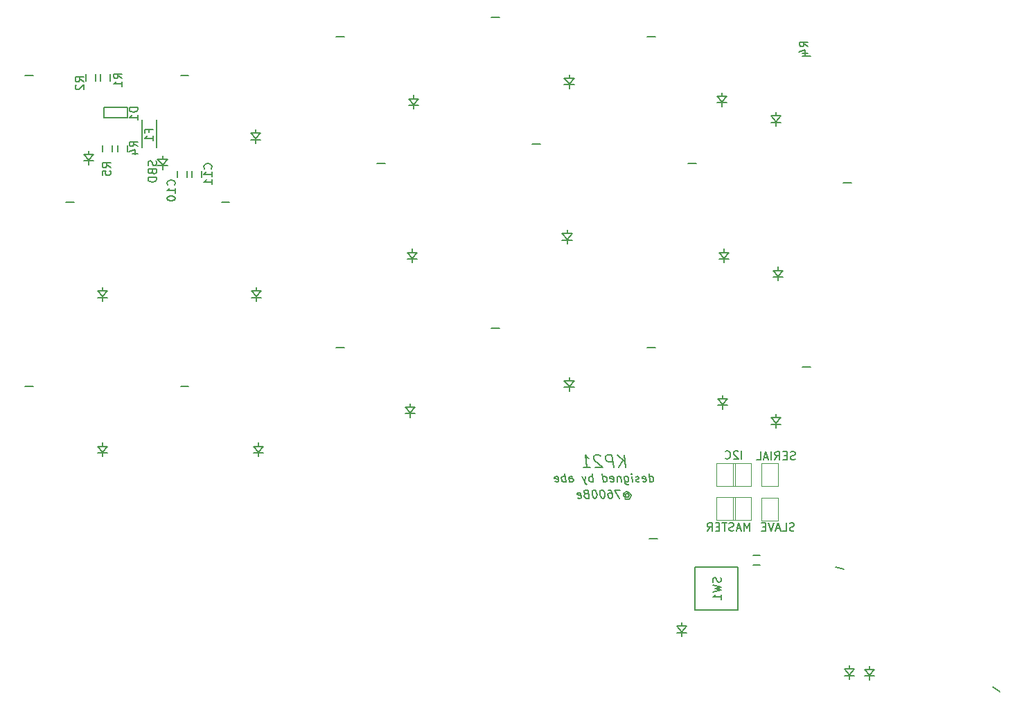
<source format=gbo>
G04 #@! TF.GenerationSoftware,KiCad,Pcbnew,(5.0.0)*
G04 #@! TF.CreationDate,2019-01-14T15:32:29+09:00*
G04 #@! TF.ProjectId,kp21,6B7032312E6B696361645F7063620000,rev?*
G04 #@! TF.SameCoordinates,Original*
G04 #@! TF.FileFunction,Legend,Bot*
G04 #@! TF.FilePolarity,Positive*
%FSLAX46Y46*%
G04 Gerber Fmt 4.6, Leading zero omitted, Abs format (unit mm)*
G04 Created by KiCad (PCBNEW (5.0.0)) date 01/14/19 15:32:29*
%MOMM*%
%LPD*%
G01*
G04 APERTURE LIST*
%ADD10C,0.150000*%
%ADD11C,0.200000*%
%ADD12C,0.120000*%
G04 APERTURE END LIST*
D10*
X179859508Y-100476190D02*
X179901175Y-100428571D01*
X179990461Y-100380952D01*
X180085699Y-100380952D01*
X180186889Y-100428571D01*
X180240461Y-100476190D01*
X180299985Y-100571428D01*
X180311889Y-100666666D01*
X180276175Y-100761904D01*
X180234508Y-100809523D01*
X180145223Y-100857142D01*
X180049985Y-100857142D01*
X179948794Y-100809523D01*
X179895223Y-100761904D01*
X179847604Y-100380952D02*
X179895223Y-100761904D01*
X179853556Y-100809523D01*
X179805937Y-100809523D01*
X179704747Y-100761904D01*
X179645223Y-100666666D01*
X179615461Y-100428571D01*
X179692842Y-100285714D01*
X179823794Y-100190476D01*
X180008318Y-100142857D01*
X180204747Y-100190476D01*
X180359508Y-100285714D01*
X180472604Y-100428571D01*
X180544032Y-100619047D01*
X180520223Y-100809523D01*
X180442842Y-100952380D01*
X180311889Y-101047619D01*
X180127366Y-101095238D01*
X179930937Y-101047619D01*
X179776175Y-100952380D01*
X179222604Y-99952380D02*
X178555937Y-99952380D01*
X179109508Y-100952380D01*
X177746413Y-99952380D02*
X177936889Y-99952380D01*
X178038080Y-100000000D01*
X178091651Y-100047619D01*
X178204747Y-100190476D01*
X178276175Y-100380952D01*
X178323794Y-100761904D01*
X178288080Y-100857142D01*
X178246413Y-100904761D01*
X178157127Y-100952380D01*
X177966651Y-100952380D01*
X177865461Y-100904761D01*
X177811889Y-100857142D01*
X177752366Y-100761904D01*
X177722604Y-100523809D01*
X177758318Y-100428571D01*
X177799985Y-100380952D01*
X177889270Y-100333333D01*
X178079747Y-100333333D01*
X178180937Y-100380952D01*
X178234508Y-100428571D01*
X178294032Y-100523809D01*
X177032127Y-99952380D02*
X176936889Y-99952380D01*
X176847604Y-100000000D01*
X176805937Y-100047619D01*
X176770223Y-100142857D01*
X176746413Y-100333333D01*
X176776175Y-100571428D01*
X176847604Y-100761904D01*
X176907127Y-100857142D01*
X176960699Y-100904761D01*
X177061889Y-100952380D01*
X177157127Y-100952380D01*
X177246413Y-100904761D01*
X177288080Y-100857142D01*
X177323794Y-100761904D01*
X177347604Y-100571428D01*
X177317842Y-100333333D01*
X177246413Y-100142857D01*
X177186889Y-100047619D01*
X177133318Y-100000000D01*
X177032127Y-99952380D01*
X176079747Y-99952380D02*
X175984508Y-99952380D01*
X175895223Y-100000000D01*
X175853556Y-100047619D01*
X175817842Y-100142857D01*
X175794032Y-100333333D01*
X175823794Y-100571428D01*
X175895223Y-100761904D01*
X175954747Y-100857142D01*
X176008318Y-100904761D01*
X176109508Y-100952380D01*
X176204747Y-100952380D01*
X176294032Y-100904761D01*
X176335699Y-100857142D01*
X176371413Y-100761904D01*
X176395223Y-100571428D01*
X176365461Y-100333333D01*
X176294032Y-100142857D01*
X176234508Y-100047619D01*
X176180937Y-100000000D01*
X176079747Y-99952380D01*
X175044032Y-100428571D02*
X174907127Y-100476190D01*
X174865461Y-100523809D01*
X174829747Y-100619047D01*
X174847604Y-100761904D01*
X174907127Y-100857142D01*
X174960699Y-100904761D01*
X175061889Y-100952380D01*
X175442842Y-100952380D01*
X175317842Y-99952380D01*
X174984508Y-99952380D01*
X174895223Y-100000000D01*
X174853556Y-100047619D01*
X174817842Y-100142857D01*
X174829747Y-100238095D01*
X174889270Y-100333333D01*
X174942842Y-100380952D01*
X175044032Y-100428571D01*
X175377366Y-100428571D01*
X174055937Y-100904761D02*
X174157127Y-100952380D01*
X174347604Y-100952380D01*
X174436889Y-100904761D01*
X174472604Y-100809523D01*
X174424985Y-100428571D01*
X174365461Y-100333333D01*
X174264270Y-100285714D01*
X174073794Y-100285714D01*
X173984508Y-100333333D01*
X173948794Y-100428571D01*
X173960699Y-100523809D01*
X174448794Y-100619047D01*
X182871413Y-98952380D02*
X182746413Y-97952380D01*
X182865461Y-98904761D02*
X182966651Y-98952380D01*
X183157127Y-98952380D01*
X183246413Y-98904761D01*
X183288080Y-98857142D01*
X183323794Y-98761904D01*
X183288080Y-98476190D01*
X183228556Y-98380952D01*
X183174985Y-98333333D01*
X183073794Y-98285714D01*
X182883318Y-98285714D01*
X182794032Y-98333333D01*
X182008318Y-98904761D02*
X182109508Y-98952380D01*
X182299985Y-98952380D01*
X182389270Y-98904761D01*
X182424985Y-98809523D01*
X182377366Y-98428571D01*
X182317842Y-98333333D01*
X182216651Y-98285714D01*
X182026175Y-98285714D01*
X181936889Y-98333333D01*
X181901175Y-98428571D01*
X181913080Y-98523809D01*
X182401175Y-98619047D01*
X181579747Y-98904761D02*
X181490461Y-98952380D01*
X181299985Y-98952380D01*
X181198794Y-98904761D01*
X181139270Y-98809523D01*
X181133318Y-98761904D01*
X181169032Y-98666666D01*
X181258318Y-98619047D01*
X181401175Y-98619047D01*
X181490461Y-98571428D01*
X181526175Y-98476190D01*
X181520223Y-98428571D01*
X181460699Y-98333333D01*
X181359508Y-98285714D01*
X181216651Y-98285714D01*
X181127366Y-98333333D01*
X180728556Y-98952380D02*
X180645223Y-98285714D01*
X180603556Y-97952380D02*
X180657127Y-98000000D01*
X180615461Y-98047619D01*
X180561889Y-98000000D01*
X180603556Y-97952380D01*
X180615461Y-98047619D01*
X179740461Y-98285714D02*
X179841651Y-99095238D01*
X179901175Y-99190476D01*
X179954747Y-99238095D01*
X180055937Y-99285714D01*
X180198794Y-99285714D01*
X180288080Y-99238095D01*
X179817842Y-98904761D02*
X179919032Y-98952380D01*
X180109508Y-98952380D01*
X180198794Y-98904761D01*
X180240461Y-98857142D01*
X180276175Y-98761904D01*
X180240461Y-98476190D01*
X180180937Y-98380952D01*
X180127366Y-98333333D01*
X180026175Y-98285714D01*
X179835699Y-98285714D01*
X179746413Y-98333333D01*
X179264270Y-98285714D02*
X179347604Y-98952380D01*
X179276175Y-98380952D02*
X179222604Y-98333333D01*
X179121413Y-98285714D01*
X178978556Y-98285714D01*
X178889270Y-98333333D01*
X178853556Y-98428571D01*
X178919032Y-98952380D01*
X178055937Y-98904761D02*
X178157127Y-98952380D01*
X178347604Y-98952380D01*
X178436889Y-98904761D01*
X178472604Y-98809523D01*
X178424985Y-98428571D01*
X178365461Y-98333333D01*
X178264270Y-98285714D01*
X178073794Y-98285714D01*
X177984508Y-98333333D01*
X177948794Y-98428571D01*
X177960699Y-98523809D01*
X178448794Y-98619047D01*
X177157127Y-98952380D02*
X177032127Y-97952380D01*
X177151175Y-98904761D02*
X177252366Y-98952380D01*
X177442842Y-98952380D01*
X177532127Y-98904761D01*
X177573794Y-98857142D01*
X177609508Y-98761904D01*
X177573794Y-98476190D01*
X177514270Y-98380952D01*
X177460699Y-98333333D01*
X177359508Y-98285714D01*
X177169032Y-98285714D01*
X177079747Y-98333333D01*
X175919032Y-98952380D02*
X175794032Y-97952380D01*
X175841651Y-98333333D02*
X175740461Y-98285714D01*
X175549985Y-98285714D01*
X175460699Y-98333333D01*
X175419032Y-98380952D01*
X175383318Y-98476190D01*
X175419032Y-98761904D01*
X175478556Y-98857142D01*
X175532127Y-98904761D01*
X175633318Y-98952380D01*
X175823794Y-98952380D01*
X175913080Y-98904761D01*
X175026175Y-98285714D02*
X174871413Y-98952380D01*
X174549985Y-98285714D02*
X174871413Y-98952380D01*
X174996413Y-99190476D01*
X175049985Y-99238095D01*
X175151175Y-99285714D01*
X173061889Y-98952380D02*
X172996413Y-98428571D01*
X173032127Y-98333333D01*
X173121413Y-98285714D01*
X173311889Y-98285714D01*
X173413080Y-98333333D01*
X173055937Y-98904761D02*
X173157127Y-98952380D01*
X173395223Y-98952380D01*
X173484508Y-98904761D01*
X173520223Y-98809523D01*
X173508318Y-98714285D01*
X173448794Y-98619047D01*
X173347604Y-98571428D01*
X173109508Y-98571428D01*
X173008318Y-98523809D01*
X172585699Y-98952380D02*
X172460699Y-97952380D01*
X172508318Y-98333333D02*
X172407127Y-98285714D01*
X172216651Y-98285714D01*
X172127366Y-98333333D01*
X172085699Y-98380952D01*
X172049985Y-98476190D01*
X172085699Y-98761904D01*
X172145223Y-98857142D01*
X172198794Y-98904761D01*
X172299985Y-98952380D01*
X172490461Y-98952380D01*
X172579747Y-98904761D01*
X171294032Y-98904761D02*
X171395223Y-98952380D01*
X171585699Y-98952380D01*
X171674985Y-98904761D01*
X171710699Y-98809523D01*
X171663080Y-98428571D01*
X171603556Y-98333333D01*
X171502366Y-98285714D01*
X171311889Y-98285714D01*
X171222604Y-98333333D01*
X171186889Y-98428571D01*
X171198794Y-98523809D01*
X171686889Y-98619047D01*
D11*
X179919375Y-97178571D02*
X179731875Y-95678571D01*
X179062232Y-97178571D02*
X179597946Y-96321428D01*
X178874732Y-95678571D02*
X179839017Y-96535714D01*
X178419375Y-97178571D02*
X178231875Y-95678571D01*
X177660446Y-95678571D01*
X177526517Y-95750000D01*
X177464017Y-95821428D01*
X177410446Y-95964285D01*
X177437232Y-96178571D01*
X177526517Y-96321428D01*
X177606875Y-96392857D01*
X177758660Y-96464285D01*
X178330089Y-96464285D01*
X176821160Y-95821428D02*
X176740803Y-95750000D01*
X176589017Y-95678571D01*
X176231875Y-95678571D01*
X176097946Y-95750000D01*
X176035446Y-95821428D01*
X175981875Y-95964285D01*
X175999732Y-96107142D01*
X176097946Y-96321428D01*
X177062232Y-97178571D01*
X176133660Y-97178571D01*
X174705089Y-97178571D02*
X175562232Y-97178571D01*
X175133660Y-97178571D02*
X174946160Y-95678571D01*
X175115803Y-95892857D01*
X175276517Y-96035714D01*
X175428303Y-96107142D01*
D10*
X191504761Y-110666666D02*
X191552380Y-110809523D01*
X191552380Y-111047619D01*
X191504761Y-111142857D01*
X191457142Y-111190476D01*
X191361904Y-111238095D01*
X191266666Y-111238095D01*
X191171428Y-111190476D01*
X191123809Y-111142857D01*
X191076190Y-111047619D01*
X191028571Y-110857142D01*
X190980952Y-110761904D01*
X190933333Y-110714285D01*
X190838095Y-110666666D01*
X190742857Y-110666666D01*
X190647619Y-110714285D01*
X190600000Y-110761904D01*
X190552380Y-110857142D01*
X190552380Y-111095238D01*
X190600000Y-111238095D01*
X190552380Y-111571428D02*
X191552380Y-111809523D01*
X190838095Y-112000000D01*
X191552380Y-112190476D01*
X190552380Y-112428571D01*
X191552380Y-113333333D02*
X191552380Y-112761904D01*
X191552380Y-113047619D02*
X190552380Y-113047619D01*
X190695238Y-112952380D01*
X190790476Y-112857142D01*
X190838095Y-112761904D01*
D12*
X191000000Y-100850000D02*
X195250000Y-100850000D01*
X191000000Y-103650000D02*
X195250000Y-103650000D01*
X195250000Y-100850000D02*
X195250000Y-103650000D01*
X191000000Y-100850000D02*
X191000000Y-103650000D01*
X191000000Y-96650000D02*
X195250000Y-96650000D01*
X195250000Y-99450000D02*
X195250000Y-96650000D01*
X191000000Y-99450000D02*
X191000000Y-96650000D01*
X191000000Y-99450000D02*
X195250000Y-99450000D01*
D10*
X200609523Y-96204761D02*
X200466666Y-96252380D01*
X200228571Y-96252380D01*
X200133333Y-96204761D01*
X200085714Y-96157142D01*
X200038095Y-96061904D01*
X200038095Y-95966666D01*
X200085714Y-95871428D01*
X200133333Y-95823809D01*
X200228571Y-95776190D01*
X200419047Y-95728571D01*
X200514285Y-95680952D01*
X200561904Y-95633333D01*
X200609523Y-95538095D01*
X200609523Y-95442857D01*
X200561904Y-95347619D01*
X200514285Y-95300000D01*
X200419047Y-95252380D01*
X200180952Y-95252380D01*
X200038095Y-95300000D01*
X199609523Y-95728571D02*
X199276190Y-95728571D01*
X199133333Y-96252380D02*
X199609523Y-96252380D01*
X199609523Y-95252380D01*
X199133333Y-95252380D01*
X198133333Y-96252380D02*
X198466666Y-95776190D01*
X198704761Y-96252380D02*
X198704761Y-95252380D01*
X198323809Y-95252380D01*
X198228571Y-95300000D01*
X198180952Y-95347619D01*
X198133333Y-95442857D01*
X198133333Y-95585714D01*
X198180952Y-95680952D01*
X198228571Y-95728571D01*
X198323809Y-95776190D01*
X198704761Y-95776190D01*
X197704761Y-96252380D02*
X197704761Y-95252380D01*
X197276190Y-95966666D02*
X196800000Y-95966666D01*
X197371428Y-96252380D02*
X197038095Y-95252380D01*
X196704761Y-96252380D01*
X195895238Y-96252380D02*
X196371428Y-96252380D01*
X196371428Y-95252380D01*
X200500000Y-104904761D02*
X200357142Y-104952380D01*
X200119047Y-104952380D01*
X200023809Y-104904761D01*
X199976190Y-104857142D01*
X199928571Y-104761904D01*
X199928571Y-104666666D01*
X199976190Y-104571428D01*
X200023809Y-104523809D01*
X200119047Y-104476190D01*
X200309523Y-104428571D01*
X200404761Y-104380952D01*
X200452380Y-104333333D01*
X200500000Y-104238095D01*
X200500000Y-104142857D01*
X200452380Y-104047619D01*
X200404761Y-104000000D01*
X200309523Y-103952380D01*
X200071428Y-103952380D01*
X199928571Y-104000000D01*
X199023809Y-104952380D02*
X199500000Y-104952380D01*
X199500000Y-103952380D01*
X198738095Y-104666666D02*
X198261904Y-104666666D01*
X198833333Y-104952380D02*
X198500000Y-103952380D01*
X198166666Y-104952380D01*
X197976190Y-103952380D02*
X197642857Y-104952380D01*
X197309523Y-103952380D01*
X196976190Y-104428571D02*
X196642857Y-104428571D01*
X196500000Y-104952380D02*
X196976190Y-104952380D01*
X196976190Y-103952380D01*
X196500000Y-103952380D01*
X195071428Y-104952380D02*
X195071428Y-103952380D01*
X194738095Y-104666666D01*
X194404761Y-103952380D01*
X194404761Y-104952380D01*
X193976190Y-104666666D02*
X193500000Y-104666666D01*
X194071428Y-104952380D02*
X193738095Y-103952380D01*
X193404761Y-104952380D01*
X193119047Y-104904761D02*
X192976190Y-104952380D01*
X192738095Y-104952380D01*
X192642857Y-104904761D01*
X192595238Y-104857142D01*
X192547619Y-104761904D01*
X192547619Y-104666666D01*
X192595238Y-104571428D01*
X192642857Y-104523809D01*
X192738095Y-104476190D01*
X192928571Y-104428571D01*
X193023809Y-104380952D01*
X193071428Y-104333333D01*
X193119047Y-104238095D01*
X193119047Y-104142857D01*
X193071428Y-104047619D01*
X193023809Y-104000000D01*
X192928571Y-103952380D01*
X192690476Y-103952380D01*
X192547619Y-104000000D01*
X192261904Y-103952380D02*
X191690476Y-103952380D01*
X191976190Y-104952380D02*
X191976190Y-103952380D01*
X191357142Y-104428571D02*
X191023809Y-104428571D01*
X190880952Y-104952380D02*
X191357142Y-104952380D01*
X191357142Y-103952380D01*
X190880952Y-103952380D01*
X189880952Y-104952380D02*
X190214285Y-104476190D01*
X190452380Y-104952380D02*
X190452380Y-103952380D01*
X190071428Y-103952380D01*
X189976190Y-104000000D01*
X189928571Y-104047619D01*
X189880952Y-104142857D01*
X189880952Y-104285714D01*
X189928571Y-104380952D01*
X189976190Y-104428571D01*
X190071428Y-104476190D01*
X190452380Y-104476190D01*
X194076190Y-96152380D02*
X194076190Y-95152380D01*
X193647619Y-95247619D02*
X193600000Y-95200000D01*
X193504761Y-95152380D01*
X193266666Y-95152380D01*
X193171428Y-95200000D01*
X193123809Y-95247619D01*
X193076190Y-95342857D01*
X193076190Y-95438095D01*
X193123809Y-95580952D01*
X193695238Y-96152380D01*
X193076190Y-96152380D01*
X192076190Y-96057142D02*
X192123809Y-96104761D01*
X192266666Y-96152380D01*
X192361904Y-96152380D01*
X192504761Y-96104761D01*
X192600000Y-96009523D01*
X192647619Y-95914285D01*
X192695238Y-95723809D01*
X192695238Y-95580952D01*
X192647619Y-95390476D01*
X192600000Y-95295238D01*
X192504761Y-95200000D01*
X192361904Y-95152380D01*
X192266666Y-95152380D01*
X192123809Y-95200000D01*
X192076190Y-95247619D01*
X129257142Y-60657142D02*
X129304761Y-60609523D01*
X129352380Y-60466666D01*
X129352380Y-60371428D01*
X129304761Y-60228571D01*
X129209523Y-60133333D01*
X129114285Y-60085714D01*
X128923809Y-60038095D01*
X128780952Y-60038095D01*
X128590476Y-60085714D01*
X128495238Y-60133333D01*
X128400000Y-60228571D01*
X128352380Y-60371428D01*
X128352380Y-60466666D01*
X128400000Y-60609523D01*
X128447619Y-60657142D01*
X129352380Y-61609523D02*
X129352380Y-61038095D01*
X129352380Y-61323809D02*
X128352380Y-61323809D01*
X128495238Y-61228571D01*
X128590476Y-61133333D01*
X128638095Y-61038095D01*
X129352380Y-62561904D02*
X129352380Y-61990476D01*
X129352380Y-62276190D02*
X128352380Y-62276190D01*
X128495238Y-62180952D01*
X128590476Y-62085714D01*
X128638095Y-61990476D01*
X124757142Y-62657142D02*
X124804761Y-62609523D01*
X124852380Y-62466666D01*
X124852380Y-62371428D01*
X124804761Y-62228571D01*
X124709523Y-62133333D01*
X124614285Y-62085714D01*
X124423809Y-62038095D01*
X124280952Y-62038095D01*
X124090476Y-62085714D01*
X123995238Y-62133333D01*
X123900000Y-62228571D01*
X123852380Y-62371428D01*
X123852380Y-62466666D01*
X123900000Y-62609523D01*
X123947619Y-62657142D01*
X124852380Y-63609523D02*
X124852380Y-63038095D01*
X124852380Y-63323809D02*
X123852380Y-63323809D01*
X123995238Y-63228571D01*
X124090476Y-63133333D01*
X124138095Y-63038095D01*
X123852380Y-64228571D02*
X123852380Y-64323809D01*
X123900000Y-64419047D01*
X123947619Y-64466666D01*
X124042857Y-64514285D01*
X124233333Y-64561904D01*
X124471428Y-64561904D01*
X124661904Y-64514285D01*
X124757142Y-64466666D01*
X124804761Y-64419047D01*
X124852380Y-64323809D01*
X124852380Y-64228571D01*
X124804761Y-64133333D01*
X124757142Y-64085714D01*
X124661904Y-64038095D01*
X124471428Y-63990476D01*
X124233333Y-63990476D01*
X124042857Y-64038095D01*
X123947619Y-64085714D01*
X123900000Y-64133333D01*
X123852380Y-64228571D01*
G04 #@! TO.C,SW1*
X193600000Y-114600000D02*
X193600000Y-109400000D01*
X188400000Y-114600000D02*
X188400000Y-109400000D01*
X188400000Y-109400000D02*
X193600000Y-109400000D01*
X188400000Y-114600000D02*
X193600000Y-114600000D01*
G04 #@! TO.C,C10*
X125100000Y-61700000D02*
X125100000Y-60900000D01*
X126300000Y-60900000D02*
X126300000Y-61700000D01*
G04 #@! TO.C,C11*
X126900000Y-61700000D02*
X126900000Y-60900000D01*
X128100000Y-60900000D02*
X128100000Y-61700000D01*
G04 #@! TO.C,R1*
X116900000Y-49100000D02*
X116900000Y-49900000D01*
X115700000Y-49900000D02*
X115700000Y-49100000D01*
G04 #@! TO.C,R2*
X115100000Y-49100000D02*
X115100000Y-49900000D01*
X113900000Y-49900000D02*
X113900000Y-49100000D01*
G04 #@! TO.C,R3*
X195500000Y-107900000D02*
X196300000Y-107900000D01*
X196300000Y-109100000D02*
X195500000Y-109100000D01*
G04 #@! TO.C,R4*
X117800000Y-58600000D02*
X117800000Y-57800000D01*
X119000000Y-57800000D02*
X119000000Y-58600000D01*
G04 #@! TO.C,R5*
X116000000Y-58600000D02*
X116000000Y-57800000D01*
X117200000Y-57800000D02*
X117200000Y-58600000D01*
G04 #@! TO.C,F1*
X122580000Y-58100000D02*
X122580000Y-54700000D01*
X120780000Y-58100000D02*
X120780000Y-54700000D01*
G04 #@! TO.C,D1*
X116150000Y-53150000D02*
X116150000Y-54450000D01*
X119050000Y-53150000D02*
X119050000Y-54450000D01*
X116150000Y-54450000D02*
X119050000Y-54450000D01*
X116150000Y-53150000D02*
X119050000Y-53150000D01*
D12*
G04 #@! TO.C,JP1*
X195250000Y-99450000D02*
X193250000Y-99450000D01*
X195250000Y-96650000D02*
X195250000Y-99450000D01*
X193250000Y-99450000D02*
X193250000Y-96650000D01*
X193250000Y-96650000D02*
X195250000Y-96650000D01*
G04 #@! TO.C,JP2*
X193000000Y-99450000D02*
X191000000Y-99450000D01*
X193000000Y-96650000D02*
X193000000Y-99450000D01*
X191000000Y-99450000D02*
X191000000Y-96650000D01*
X191000000Y-96650000D02*
X193000000Y-96650000D01*
G04 #@! TO.C,JP3*
X196500000Y-96700000D02*
X198500000Y-96700000D01*
X196500000Y-99500000D02*
X196500000Y-96700000D01*
X198500000Y-96700000D02*
X198500000Y-99500000D01*
X198500000Y-99500000D02*
X196500000Y-99500000D01*
G04 #@! TO.C,JP4*
X198500000Y-103700000D02*
X196500000Y-103700000D01*
X198500000Y-100900000D02*
X198500000Y-103700000D01*
X196500000Y-103700000D02*
X196500000Y-100900000D01*
X196500000Y-100900000D02*
X198500000Y-100900000D01*
G04 #@! TO.C,JP5*
X195250000Y-103650000D02*
X193250000Y-103650000D01*
X195250000Y-100850000D02*
X195250000Y-103650000D01*
X193250000Y-103650000D02*
X193250000Y-100850000D01*
X193250000Y-100850000D02*
X195250000Y-100850000D01*
G04 #@! TO.C,JP6*
X191000000Y-100850000D02*
X193000000Y-100850000D01*
X191000000Y-103650000D02*
X191000000Y-100850000D01*
X193000000Y-100850000D02*
X193000000Y-103650000D01*
X193000000Y-103650000D02*
X191000000Y-103650000D01*
D10*
G04 #@! TO.C,U2*
X107500000Y-49250000D02*
X106500000Y-49250000D01*
G04 #@! TO.C,U3*
X111500000Y-64750000D02*
X112500000Y-64750000D01*
G04 #@! TO.C,U4*
X107500000Y-87250000D02*
X106500000Y-87250000D01*
G04 #@! TO.C,U5*
X126500000Y-49250000D02*
X125500000Y-49250000D01*
G04 #@! TO.C,U6*
X130500000Y-64750000D02*
X131500000Y-64750000D01*
G04 #@! TO.C,U7*
X126500000Y-87250000D02*
X125500000Y-87250000D01*
G04 #@! TO.C,U8*
X145500000Y-44500000D02*
X144500000Y-44500000D01*
G04 #@! TO.C,U9*
X149500000Y-60000000D02*
X150500000Y-60000000D01*
G04 #@! TO.C,U10*
X145500000Y-82500000D02*
X144500000Y-82500000D01*
G04 #@! TO.C,U11*
X164500000Y-42125000D02*
X163500000Y-42125000D01*
G04 #@! TO.C,U12*
X168500000Y-57625000D02*
X169500000Y-57625000D01*
G04 #@! TO.C,U13*
X164500000Y-80125000D02*
X163500000Y-80125000D01*
G04 #@! TO.C,U14*
X182750000Y-105875000D02*
X183750000Y-105875000D01*
G04 #@! TO.C,U15*
X183500000Y-44500000D02*
X182500000Y-44500000D01*
G04 #@! TO.C,U16*
X187500000Y-60000000D02*
X188500000Y-60000000D01*
G04 #@! TO.C,U17*
X183500000Y-82500000D02*
X182500000Y-82500000D01*
G04 #@! TO.C,U18*
X205563957Y-109405124D02*
X206529882Y-109663944D01*
G04 #@! TO.C,U19*
X202500000Y-46875000D02*
X201500000Y-46875000D01*
G04 #@! TO.C,U20*
X206500000Y-62375000D02*
X207500000Y-62375000D01*
G04 #@! TO.C,U21*
X202500000Y-84875000D02*
X201500000Y-84875000D01*
G04 #@! TO.C,U22*
X224762363Y-124013654D02*
X225581515Y-124587230D01*
G04 #@! TO.C,D2*
X123300000Y-60750000D02*
X123300000Y-60300000D01*
X123300000Y-59050000D02*
X123300000Y-59500000D01*
X122700000Y-60300000D02*
X123900000Y-60300000D01*
X122700000Y-59500000D02*
X123900000Y-59500000D01*
X123900000Y-59500000D02*
X123300000Y-60200000D01*
X123300000Y-60200000D02*
X122700000Y-59500000D01*
G04 #@! TO.C,D3*
X114300000Y-59600000D02*
X113700000Y-58900000D01*
X114900000Y-58900000D02*
X114300000Y-59600000D01*
X113700000Y-58900000D02*
X114900000Y-58900000D01*
X113700000Y-59700000D02*
X114900000Y-59700000D01*
X114300000Y-58450000D02*
X114300000Y-58900000D01*
X114300000Y-60150000D02*
X114300000Y-59700000D01*
G04 #@! TO.C,D4*
X116000000Y-76300000D02*
X115400000Y-75600000D01*
X116600000Y-75600000D02*
X116000000Y-76300000D01*
X115400000Y-75600000D02*
X116600000Y-75600000D01*
X115400000Y-76400000D02*
X116600000Y-76400000D01*
X116000000Y-75150000D02*
X116000000Y-75600000D01*
X116000000Y-76850000D02*
X116000000Y-76400000D01*
G04 #@! TO.C,D5*
X116000000Y-95300000D02*
X115400000Y-94600000D01*
X116600000Y-94600000D02*
X116000000Y-95300000D01*
X115400000Y-94600000D02*
X116600000Y-94600000D01*
X115400000Y-95400000D02*
X116600000Y-95400000D01*
X116000000Y-94150000D02*
X116000000Y-94600000D01*
X116000000Y-95850000D02*
X116000000Y-95400000D01*
G04 #@! TO.C,D6*
X134700000Y-57000000D02*
X134100000Y-56300000D01*
X135300000Y-56300000D02*
X134700000Y-57000000D01*
X134100000Y-56300000D02*
X135300000Y-56300000D01*
X134100000Y-57100000D02*
X135300000Y-57100000D01*
X134700000Y-55850000D02*
X134700000Y-56300000D01*
X134700000Y-57550000D02*
X134700000Y-57100000D01*
G04 #@! TO.C,D7*
X134800000Y-76300000D02*
X134200000Y-75600000D01*
X135400000Y-75600000D02*
X134800000Y-76300000D01*
X134200000Y-75600000D02*
X135400000Y-75600000D01*
X134200000Y-76400000D02*
X135400000Y-76400000D01*
X134800000Y-75150000D02*
X134800000Y-75600000D01*
X134800000Y-76850000D02*
X134800000Y-76400000D01*
G04 #@! TO.C,D8*
X135000000Y-95300000D02*
X134400000Y-94600000D01*
X135600000Y-94600000D02*
X135000000Y-95300000D01*
X134400000Y-94600000D02*
X135600000Y-94600000D01*
X134400000Y-95400000D02*
X135600000Y-95400000D01*
X135000000Y-94150000D02*
X135000000Y-94600000D01*
X135000000Y-95850000D02*
X135000000Y-95400000D01*
G04 #@! TO.C,D9*
X154000000Y-52800000D02*
X153400000Y-52100000D01*
X154600000Y-52100000D02*
X154000000Y-52800000D01*
X153400000Y-52100000D02*
X154600000Y-52100000D01*
X153400000Y-52900000D02*
X154600000Y-52900000D01*
X154000000Y-51650000D02*
X154000000Y-52100000D01*
X154000000Y-53350000D02*
X154000000Y-52900000D01*
G04 #@! TO.C,D10*
X153800000Y-72150000D02*
X153800000Y-71700000D01*
X153800000Y-70450000D02*
X153800000Y-70900000D01*
X153200000Y-71700000D02*
X154400000Y-71700000D01*
X153200000Y-70900000D02*
X154400000Y-70900000D01*
X154400000Y-70900000D02*
X153800000Y-71600000D01*
X153800000Y-71600000D02*
X153200000Y-70900000D01*
G04 #@! TO.C,D11*
X153600000Y-91050000D02*
X153600000Y-90600000D01*
X153600000Y-89350000D02*
X153600000Y-89800000D01*
X153000000Y-90600000D02*
X154200000Y-90600000D01*
X153000000Y-89800000D02*
X154200000Y-89800000D01*
X154200000Y-89800000D02*
X153600000Y-90500000D01*
X153600000Y-90500000D02*
X153000000Y-89800000D01*
G04 #@! TO.C,D12*
X173000000Y-50850000D02*
X173000000Y-50400000D01*
X173000000Y-49150000D02*
X173000000Y-49600000D01*
X172400000Y-50400000D02*
X173600000Y-50400000D01*
X172400000Y-49600000D02*
X173600000Y-49600000D01*
X173600000Y-49600000D02*
X173000000Y-50300000D01*
X173000000Y-50300000D02*
X172400000Y-49600000D01*
G04 #@! TO.C,D13*
X172750000Y-69850000D02*
X172750000Y-69400000D01*
X172750000Y-68150000D02*
X172750000Y-68600000D01*
X172150000Y-69400000D02*
X173350000Y-69400000D01*
X172150000Y-68600000D02*
X173350000Y-68600000D01*
X173350000Y-68600000D02*
X172750000Y-69300000D01*
X172750000Y-69300000D02*
X172150000Y-68600000D01*
G04 #@! TO.C,D14*
X173000000Y-87850000D02*
X173000000Y-87400000D01*
X173000000Y-86150000D02*
X173000000Y-86600000D01*
X172400000Y-87400000D02*
X173600000Y-87400000D01*
X172400000Y-86600000D02*
X173600000Y-86600000D01*
X173600000Y-86600000D02*
X173000000Y-87300000D01*
X173000000Y-87300000D02*
X172400000Y-86600000D01*
G04 #@! TO.C,D15*
X186750000Y-117300000D02*
X186150000Y-116600000D01*
X187350000Y-116600000D02*
X186750000Y-117300000D01*
X186150000Y-116600000D02*
X187350000Y-116600000D01*
X186150000Y-117400000D02*
X187350000Y-117400000D01*
X186750000Y-116150000D02*
X186750000Y-116600000D01*
X186750000Y-117850000D02*
X186750000Y-117400000D01*
G04 #@! TO.C,D16*
X191700000Y-52500000D02*
X191100000Y-51800000D01*
X192300000Y-51800000D02*
X191700000Y-52500000D01*
X191100000Y-51800000D02*
X192300000Y-51800000D01*
X191100000Y-52600000D02*
X192300000Y-52600000D01*
X191700000Y-51350000D02*
X191700000Y-51800000D01*
X191700000Y-53050000D02*
X191700000Y-52600000D01*
G04 #@! TO.C,D17*
X191900000Y-72150000D02*
X191900000Y-71700000D01*
X191900000Y-70450000D02*
X191900000Y-70900000D01*
X191300000Y-71700000D02*
X192500000Y-71700000D01*
X191300000Y-70900000D02*
X192500000Y-70900000D01*
X192500000Y-70900000D02*
X191900000Y-71600000D01*
X191900000Y-71600000D02*
X191300000Y-70900000D01*
G04 #@! TO.C,D18*
X191750000Y-90050000D02*
X191750000Y-89600000D01*
X191750000Y-88350000D02*
X191750000Y-88800000D01*
X191150000Y-89600000D02*
X192350000Y-89600000D01*
X191150000Y-88800000D02*
X192350000Y-88800000D01*
X192350000Y-88800000D02*
X191750000Y-89500000D01*
X191750000Y-89500000D02*
X191150000Y-88800000D01*
G04 #@! TO.C,D19*
X207250000Y-123100000D02*
X207250000Y-122650000D01*
X207250000Y-121400000D02*
X207250000Y-121850000D01*
X206650000Y-122650000D02*
X207850000Y-122650000D01*
X206650000Y-121850000D02*
X207850000Y-121850000D01*
X207850000Y-121850000D02*
X207250000Y-122550000D01*
X207250000Y-122550000D02*
X206650000Y-121850000D01*
G04 #@! TO.C,D20*
X198300000Y-55450000D02*
X198300000Y-55000000D01*
X198300000Y-53750000D02*
X198300000Y-54200000D01*
X197700000Y-55000000D02*
X198900000Y-55000000D01*
X197700000Y-54200000D02*
X198900000Y-54200000D01*
X198900000Y-54200000D02*
X198300000Y-54900000D01*
X198300000Y-54900000D02*
X197700000Y-54200000D01*
G04 #@! TO.C,D21*
X198500000Y-73800000D02*
X197900000Y-73100000D01*
X199100000Y-73100000D02*
X198500000Y-73800000D01*
X197900000Y-73100000D02*
X199100000Y-73100000D01*
X197900000Y-73900000D02*
X199100000Y-73900000D01*
X198500000Y-72650000D02*
X198500000Y-73100000D01*
X198500000Y-74350000D02*
X198500000Y-73900000D01*
G04 #@! TO.C,D22*
X198250000Y-92350000D02*
X198250000Y-91900000D01*
X198250000Y-90650000D02*
X198250000Y-91100000D01*
X197650000Y-91900000D02*
X198850000Y-91900000D01*
X197650000Y-91100000D02*
X198850000Y-91100000D01*
X198850000Y-91100000D02*
X198250000Y-91800000D01*
X198250000Y-91800000D02*
X197650000Y-91100000D01*
G04 #@! TO.C,D23*
X209700000Y-122600000D02*
X209100000Y-121900000D01*
X210300000Y-121900000D02*
X209700000Y-122600000D01*
X209100000Y-121900000D02*
X210300000Y-121900000D01*
X209100000Y-122700000D02*
X210300000Y-122700000D01*
X209700000Y-121450000D02*
X209700000Y-121900000D01*
X209700000Y-123150000D02*
X209700000Y-122700000D01*
G04 #@! TO.C,*
X116952380Y-60533333D02*
X116476190Y-60200000D01*
X116952380Y-59961904D02*
X115952380Y-59961904D01*
X115952380Y-60342857D01*
X116000000Y-60438095D01*
X116047619Y-60485714D01*
X116142857Y-60533333D01*
X116285714Y-60533333D01*
X116380952Y-60485714D01*
X116428571Y-60438095D01*
X116476190Y-60342857D01*
X116476190Y-59961904D01*
X115952380Y-61438095D02*
X115952380Y-60961904D01*
X116428571Y-60914285D01*
X116380952Y-60961904D01*
X116333333Y-61057142D01*
X116333333Y-61295238D01*
X116380952Y-61390476D01*
X116428571Y-61438095D01*
X116523809Y-61485714D01*
X116761904Y-61485714D01*
X116857142Y-61438095D01*
X116904761Y-61390476D01*
X116952380Y-61295238D01*
X116952380Y-61057142D01*
X116904761Y-60961904D01*
X116857142Y-60914285D01*
X121628571Y-56166666D02*
X121628571Y-55833333D01*
X122152380Y-55833333D02*
X121152380Y-55833333D01*
X121152380Y-56309523D01*
X122152380Y-57214285D02*
X122152380Y-56642857D01*
X122152380Y-56928571D02*
X121152380Y-56928571D01*
X121295238Y-56833333D01*
X121390476Y-56738095D01*
X121438095Y-56642857D01*
X120252380Y-53161904D02*
X119252380Y-53161904D01*
X119252380Y-53400000D01*
X119300000Y-53542857D01*
X119395238Y-53638095D01*
X119490476Y-53685714D01*
X119680952Y-53733333D01*
X119823809Y-53733333D01*
X120014285Y-53685714D01*
X120109523Y-53638095D01*
X120204761Y-53542857D01*
X120252380Y-53400000D01*
X120252380Y-53161904D01*
X120252380Y-54685714D02*
X120252380Y-54114285D01*
X120252380Y-54400000D02*
X119252380Y-54400000D01*
X119395238Y-54304761D01*
X119490476Y-54209523D01*
X119538095Y-54114285D01*
X113652380Y-50033333D02*
X113176190Y-49700000D01*
X113652380Y-49461904D02*
X112652380Y-49461904D01*
X112652380Y-49842857D01*
X112700000Y-49938095D01*
X112747619Y-49985714D01*
X112842857Y-50033333D01*
X112985714Y-50033333D01*
X113080952Y-49985714D01*
X113128571Y-49938095D01*
X113176190Y-49842857D01*
X113176190Y-49461904D01*
X112747619Y-50414285D02*
X112700000Y-50461904D01*
X112652380Y-50557142D01*
X112652380Y-50795238D01*
X112700000Y-50890476D01*
X112747619Y-50938095D01*
X112842857Y-50985714D01*
X112938095Y-50985714D01*
X113080952Y-50938095D01*
X113652380Y-50366666D01*
X113652380Y-50985714D01*
X202152380Y-45733333D02*
X201676190Y-45400000D01*
X202152380Y-45161904D02*
X201152380Y-45161904D01*
X201152380Y-45542857D01*
X201200000Y-45638095D01*
X201247619Y-45685714D01*
X201342857Y-45733333D01*
X201485714Y-45733333D01*
X201580952Y-45685714D01*
X201628571Y-45638095D01*
X201676190Y-45542857D01*
X201676190Y-45161904D01*
X201485714Y-46590476D02*
X202152380Y-46590476D01*
X201104761Y-46352380D02*
X201819047Y-46114285D01*
X201819047Y-46733333D01*
X122504761Y-59714285D02*
X122552380Y-59857142D01*
X122552380Y-60095238D01*
X122504761Y-60190476D01*
X122457142Y-60238095D01*
X122361904Y-60285714D01*
X122266666Y-60285714D01*
X122171428Y-60238095D01*
X122123809Y-60190476D01*
X122076190Y-60095238D01*
X122028571Y-59904761D01*
X121980952Y-59809523D01*
X121933333Y-59761904D01*
X121838095Y-59714285D01*
X121742857Y-59714285D01*
X121647619Y-59761904D01*
X121600000Y-59809523D01*
X121552380Y-59904761D01*
X121552380Y-60142857D01*
X121600000Y-60285714D01*
X122028571Y-61047619D02*
X122076190Y-61190476D01*
X122123809Y-61238095D01*
X122219047Y-61285714D01*
X122361904Y-61285714D01*
X122457142Y-61238095D01*
X122504761Y-61190476D01*
X122552380Y-61095238D01*
X122552380Y-60714285D01*
X121552380Y-60714285D01*
X121552380Y-61047619D01*
X121600000Y-61142857D01*
X121647619Y-61190476D01*
X121742857Y-61238095D01*
X121838095Y-61238095D01*
X121933333Y-61190476D01*
X121980952Y-61142857D01*
X122028571Y-61047619D01*
X122028571Y-60714285D01*
X122552380Y-61714285D02*
X121552380Y-61714285D01*
X121552380Y-61952380D01*
X121600000Y-62095238D01*
X121695238Y-62190476D01*
X121790476Y-62238095D01*
X121980952Y-62285714D01*
X122123809Y-62285714D01*
X122314285Y-62238095D01*
X122409523Y-62190476D01*
X122504761Y-62095238D01*
X122552380Y-61952380D01*
X122552380Y-61714285D01*
X120252380Y-57933333D02*
X119776190Y-57600000D01*
X120252380Y-57361904D02*
X119252380Y-57361904D01*
X119252380Y-57742857D01*
X119300000Y-57838095D01*
X119347619Y-57885714D01*
X119442857Y-57933333D01*
X119585714Y-57933333D01*
X119680952Y-57885714D01*
X119728571Y-57838095D01*
X119776190Y-57742857D01*
X119776190Y-57361904D01*
X119585714Y-58790476D02*
X120252380Y-58790476D01*
X119204761Y-58552380D02*
X119919047Y-58314285D01*
X119919047Y-58933333D01*
X118352380Y-49633333D02*
X117876190Y-49300000D01*
X118352380Y-49061904D02*
X117352380Y-49061904D01*
X117352380Y-49442857D01*
X117400000Y-49538095D01*
X117447619Y-49585714D01*
X117542857Y-49633333D01*
X117685714Y-49633333D01*
X117780952Y-49585714D01*
X117828571Y-49538095D01*
X117876190Y-49442857D01*
X117876190Y-49061904D01*
X118352380Y-50585714D02*
X118352380Y-50014285D01*
X118352380Y-50300000D02*
X117352380Y-50300000D01*
X117495238Y-50204761D01*
X117590476Y-50109523D01*
X117638095Y-50014285D01*
G04 #@! TD*
M02*

</source>
